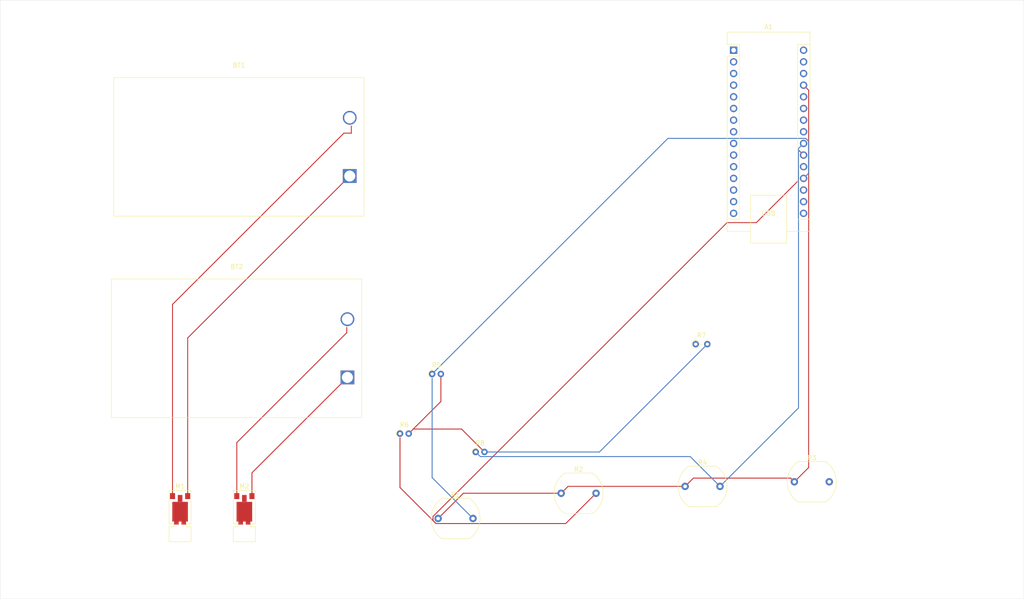
<source format=kicad_pcb>
(kicad_pcb (version 20240108) (generator "pcbnew") (generator_version "8.0")
  (layers (0 "F.Cu" signal) (31 "B.Cu" signal) (34 "B.Paste" user) (35 "F.Paste" user) (36 "B.SilkS" user "B.Silkscreen") (37 "F.SilkS" user "F.Silkscreen") (38 "B.Mask" user) (39 "F.Mask" user) (44 "Edge.Cuts" user))
  (net 0 "")
  (net 1 "GND")
  (net 2 "Net-(A1-A2)")
  (net 3 "Net-(A1-A0)")
  (net 4 "Net-(A1-A1)")
  (net 5 "Net-(A1-A3)")
  (net 6 "Net-(A1-D6)")
  (net 7 "Net-(M2-PWM)")
  (net 8 "Net-(BT1-+)")
  (net 9 "Net-(A1-D5)")
  (net 10 "+5V")
  (net 11 "Net-(BT2-+)")
  (net 34 "Net-(BT1--)")
  (net 35 "Net-(BT2--)")
  (footprint "OptoDevice:R_LDR_10x8.5mm_P7.6mm_Vertical" (layer "F.Cu") (at 147.4 129.5)
    (property "Reference" "R1" (at 3.8 -5.2 0) (layer "F.SilkS"))
    (property "Value" "LDR03")
    (fp_line (start 0.8 -4.4) (end 6.8 -4.4) (stroke (width 0.12)) (layer "F.SilkS"))
    (fp_line (start 0.8 4.4) (end 6.8 4.4) (stroke (width 0.12)) (layer "F.SilkS"))
    (fp_arc (start 0.8 4.4) (mid -1.525374 0.019809) (end 0.76735 -4.37756) (stroke (width 0.12)) (layer "F.SilkS"))
    (fp_arc (start 6.8 -4.4) (mid 9.125374 -0.019809) (end 6.83265 4.37756) (stroke (width 0.12)) (layer "F.SilkS"))
    (pad "1" thru_hole circle (at 0 0) (size 1.6 1.6) (drill 0.8) (layers "*.Cu" "*.Mask") (net 10 "+5V"))
    (pad "2" thru_hole circle (at 7.6 0) (size 1.6 1.6) (drill 0.8) (layers "*.Cu" "*.Mask") (net 3 "Net-(A1-A0)"))
  )
  (footprint "OptoDevice:R_LDR_10x8.5mm_P7.6mm_Vertical" (layer "F.Cu") (at 201.2 122.5)
    (property "Reference" "R4" (at 3.8 -5.2 0) (layer "F.SilkS"))
    (property "Value" "LDR03")
    (fp_line (start 0.8 -4.4) (end 6.8 -4.4) (stroke (width 0.12)) (layer "F.SilkS"))
    (fp_line (start 0.8 4.4) (end 6.8 4.4) (stroke (width 0.12)) (layer "F.SilkS"))
    (fp_arc (start 0.8 4.4) (mid -1.525374 0.019809) (end 0.76735 -4.37756) (stroke (width 0.12)) (layer "F.SilkS"))
    (fp_arc (start 6.8 -4.4) (mid 9.125374 -0.019809) (end 6.83265 4.37756) (stroke (width 0.12)) (layer "F.SilkS"))
    (pad "1" thru_hole circle (at 0 0) (size 1.6 1.6) (drill 0.8) (layers "*.Cu" "*.Mask") (net 10 "+5V"))
    (pad "2" thru_hole circle (at 7.6 0) (size 1.6 1.6) (drill 0.8) (layers "*.Cu" "*.Mask") (net 5 "Net-(A1-A3)"))
  )
  (footprint "OptoDevice:R_LDR_10x8.5mm_P7.6mm_Vertical" (layer "F.Cu") (at 225 121.5)
    (property "Reference" "R3" (at 3.8 -5.2 0) (layer "F.SilkS"))
    (property "Value" "LDR03")
    (fp_line (start 0.8 -4.4) (end 6.8 -4.4) (stroke (width 0.12)) (layer "F.SilkS"))
    (fp_line (start 0.8 4.4) (end 6.8 4.4) (stroke (width 0.12)) (layer "F.SilkS"))
    (fp_arc (start 0.8 4.4) (mid -1.525374 0.019809) (end 0.76735 -4.37756) (stroke (width 0.12)) (layer "F.SilkS"))
    (fp_arc (start 6.8 -4.4) (mid 9.125374 -0.019809) (end 6.83265 4.37756) (stroke (width 0.12)) (layer "F.SilkS"))
    (pad "1" thru_hole circle (at 0 0) (size 1.6 1.6) (drill 0.8) (layers "*.Cu" "*.Mask") (net 10 "+5V"))
    (pad "2" thru_hole circle (at 7.6 0) (size 1.6 1.6) (drill 0.8) (layers "*.Cu" "*.Mask") (net 2 "Net-(A1-A2)"))
  )
  (footprint "Motors:Vybronics_VZ30C1T8219732L" (layer "F.Cu") (at 105.2 128.975)
    (property "Reference" "M2" (at 0 -6.5 0) (layer "F.SilkS"))
    (property "Value" "Motor_Servo")
    (fp_line (start -2.4 -5.55) (end -1.05 -5.55) (stroke (width 0.12)) (layer "F.SilkS"))
    (fp_line (start -2.4 -5.2) (end -2.4 -5.55) (stroke (width 0.12)) (layer "F.SilkS"))
    (fp_line (start -2.4 1.7) (end -2.4 -5.2) (stroke (width 0.12)) (layer "F.SilkS"))
    (fp_line (start -2.4 2.3) (end -1.4 2.3) (stroke (width 0.12)) (layer "F.SilkS"))
    (fp_line (start -2.4 5.6) (end -2.4 2.3) (stroke (width 0.12)) (layer "F.SilkS"))
    (fp_line (start -1.4 1.7) (end -2.4 1.7) (stroke (width 0.12)) (layer "F.SilkS"))
    (fp_line (start -1.4 2.3) (end -1.4 1.7) (stroke (width 0.12)) (layer "F.SilkS"))
    (fp_line (start -1.05 -5.6) (end 1.05 -5.6) (stroke (width 0.12)) (layer "F.SilkS"))
    (fp_line (start -1.05 -5.55) (end -1.05 -5.6) (stroke (width 0.12)) (layer "F.SilkS"))
    (fp_line (start 1.05 -5.6) (end 1.05 -5.55) (stroke (width 0.12)) (layer "F.SilkS"))
    (fp_line (start 1.05 -5.55) (end 2.4 -5.55) (stroke (width 0.12)) (layer "F.SilkS"))
    (fp_line (start 1.4 1.7) (end 1.4 2.3) (stroke (width 0.12)) (layer "F.SilkS"))
    (fp_line (start 1.4 2.3) (end 2.4 2.3) (stroke (width 0.12)) (layer "F.SilkS"))
    (fp_line (start 2.4 -5.55) (end 2.4 -5.2) (stroke (width 0.12)) (layer "F.SilkS"))
    (fp_line (start 2.4 -5.2) (end 2.4 1.7) (stroke (width 0.12)) (layer "F.SilkS"))
    (fp_line (start 2.4 1.7) (end 1.4 1.7) (stroke (width 0.12)) (layer "F.SilkS"))
    (fp_line (start 2.4 2.3) (end 2.4 5.6) (stroke (width 0.12)) (layer "F.SilkS"))
    (fp_line (start 2.4 5.6) (end -2.4 5.6) (stroke (width 0.12)) (layer "F.SilkS"))
    (pad "1" smd rect (at -1.65 -4.35 270) (size 1.3 1.1) (layers "F.Cu" "F.Paste" "F.Mask") (net 7 "Net-(M2-PWM)"))
    (pad "2" smd rect (at 1.65 -4.35 270) (size 1.3 1.1) (layers "F.Cu" "F.Paste" "F.Mask") (net 11 "Net-(BT2-+)"))
    (pad "SH" smd rect (at -0.8 1.525) (size 1 0.65) (layers "F.Cu" "F.Paste" "F.Mask"))
    (pad "SH" smd rect (at 0 -3.85 270) (size 1.5 1) (layers "F.Cu" "F.Paste" "F.Mask"))
    (pad "SH" smd rect (at 0 -0.95 270) (size 4.3 3.4) (layers "F.Cu" "F.Mask"))
    (pad "SH" smd rect (at 0.8 1.525) (size 1 0.65) (layers "F.Cu" "F.Paste" "F.Mask"))
  )
  (footprint "Resistor_THT:R_Axial_DIN0204_L3.6mm_D1.6mm_P1.90mm_Vertical" (layer "F.Cu") (at 146.1 98)
    (property "Reference" "R5" (at 0.95 -1.92 0) (layer "F.SilkS"))
    (property "Value" "R")
    (fp_arc (start 0.320095 0.749359) (mid -0.813042 -0.054435) (end 0.417133 -0.7) (stroke (width 0.12)) (layer "F.SilkS"))
    (pad "1" thru_hole circle (at 0 0) (size 1.4 1.4) (drill 0.7) (layers "*.Cu" "*.Mask") (net 3 "Net-(A1-A0)"))
    (pad "2" thru_hole oval (at 1.9 0) (size 1.4 1.4) (drill 0.7) (layers "*.Cu" "*.Mask") (net 1 "GND"))
  )
  (footprint "Resistor_THT:R_Axial_DIN0204_L3.6mm_D1.6mm_P1.90mm_Vertical" (layer "F.Cu") (at 139.095 111)
    (property "Reference" "R6" (at 0.95 -1.92 0) (layer "F.SilkS"))
    (property "Value" "R")
    (fp_arc (start 0.320095 0.749359) (mid -0.813042 -0.054435) (end 0.417133 -0.7) (stroke (width 0.12)) (layer "F.SilkS"))
    (pad "1" thru_hole circle (at 0 0) (size 1.4 1.4) (drill 0.7) (layers "*.Cu" "*.Mask") (net 4 "Net-(A1-A1)"))
    (pad "2" thru_hole oval (at 1.9 0) (size 1.4 1.4) (drill 0.7) (layers "*.Cu" "*.Mask") (net 1 "GND"))
  )
  (footprint "Battery:BatteryHolder_Eagle_12BH611-GR" (layer "F.Cu") (at 127.65 98.75)
    (property "Reference" "BT2" (at -24.13 -24.13 0) (layer "F.SilkS"))
    (property "Value" "Battery")
    (fp_line (start -51.4 -21.45) (end 3.1 -21.45) (stroke (width 0.12)) (layer "F.SilkS"))
    (fp_line (start -51.4 8.75) (end -51.4 -21.45) (stroke (width 0.12)) (layer "F.SilkS"))
    (fp_line (start 3.1 -21.45) (end 3.1 8.75) (stroke (width 0.12)) (layer "F.SilkS"))
    (fp_line (start 3.1 8.75) (end -51.4 8.75) (stroke (width 0.12)) (layer "F.SilkS"))
    (pad "" np_thru_hole circle (at -38.9 -17.45) (size 2.6 2.6) (drill 2.6) (layers "*.Cu" "*.Mask"))
    (pad "" np_thru_hole circle (at -24.15 4.75) (size 2.6 2.6) (drill 2.6) (layers "*.Cu" "*.Mask"))
    (pad "" np_thru_hole circle (at -10.9 -17.45) (size 2.6 2.6) (drill 2.6) (layers "*.Cu" "*.Mask"))
    (pad "1" thru_hole rect (at 0 0) (size 3 3) (drill 2.4) (layers "*.Cu" "*.Mask") (net 11 "Net-(BT2-+)"))
    (pad "2" thru_hole circle (at 0 -12.7) (size 3 3) (drill 2.4) (layers "*.Cu" "*.Mask") (net 35 "Net-(BT2--)"))
  )
  (footprint "Resistor_THT:R_Axial_DIN0204_L3.6mm_D1.6mm_P1.90mm_Vertical" (layer "F.Cu") (at 155.6 115)
    (property "Reference" "R8" (at 0.95 -1.92 0) (layer "F.SilkS"))
    (property "Value" "R")
    (fp_arc (start 0.320095 0.749359) (mid -0.813042 -0.054435) (end 0.417133 -0.7) (stroke (width 0.12)) (layer "F.SilkS"))
    (pad "1" thru_hole circle (at 0 0) (size 1.4 1.4) (drill 0.7) (layers "*.Cu" "*.Mask") (net 5 "Net-(A1-A3)"))
    (pad "2" thru_hole oval (at 1.9 0) (size 1.4 1.4) (drill 0.7) (layers "*.Cu" "*.Mask") (net 1 "GND"))
  )
  (footprint "Battery:BatteryHolder_Eagle_12BH611-GR" (layer "F.Cu") (at 128.15 54.85)
    (property "Reference" "BT1" (at -24.13 -24.13 0) (layer "F.SilkS"))
    (property "Value" "Battery")
    (fp_line (start -51.4 -21.45) (end 3.1 -21.45) (stroke (width 0.12)) (layer "F.SilkS"))
    (fp_line (start -51.4 8.75) (end -51.4 -21.45) (stroke (width 0.12)) (layer "F.SilkS"))
    (fp_line (start 3.1 -21.45) (end 3.1 8.75) (stroke (width 0.12)) (layer "F.SilkS"))
    (fp_line (start 3.1 8.75) (end -51.4 8.75) (stroke (width 0.12)) (layer "F.SilkS"))
    (pad "" np_thru_hole circle (at -38.9 -17.45) (size 2.6 2.6) (drill 2.6) (layers "*.Cu" "*.Mask"))
    (pad "" np_thru_hole circle (at -24.15 4.75) (size 2.6 2.6) (drill 2.6) (layers "*.Cu" "*.Mask"))
    (pad "" np_thru_hole circle (at -10.9 -17.45) (size 2.6 2.6) (drill 2.6) (layers "*.Cu" "*.Mask"))
    (pad "1" thru_hole rect (at 0 0) (size 3 3) (drill 2.4) (layers "*.Cu" "*.Mask") (net 8 "Net-(BT1-+)"))
    (pad "2" thru_hole circle (at 0 -12.7) (size 3 3) (drill 2.4) (layers "*.Cu" "*.Mask") (net 34 "Net-(BT1--)"))
  )
  (footprint "OptoDevice:R_LDR_10x8.5mm_P7.6mm_Vertical" (layer "F.Cu") (at 174.2 124)
    (property "Reference" "R2" (at 3.8 -5.2 0) (layer "F.SilkS"))
    (property "Value" "LDR03")
    (fp_line (start 0.8 -4.4) (end 6.8 -4.4) (stroke (width 0.12)) (layer "F.SilkS"))
    (fp_line (start 0.8 4.4) (end 6.8 4.4) (stroke (width 0.12)) (layer "F.SilkS"))
    (fp_arc (start 0.8 4.4) (mid -1.525374 0.019809) (end 0.76735 -4.37756) (stroke (width 0.12)) (layer "F.SilkS"))
    (fp_arc (start 6.8 -4.4) (mid 9.125374 -0.019809) (end 6.83265 4.37756) (stroke (width 0.12)) (layer "F.SilkS"))
    (pad "1" thru_hole circle (at 0 0) (size 1.6 1.6) (drill 0.8) (layers "*.Cu" "*.Mask") (net 10 "+5V"))
    (pad "2" thru_hole circle (at 7.6 0) (size 1.6 1.6) (drill 0.8) (layers "*.Cu" "*.Mask") (net 4 "Net-(A1-A1)"))
  )
  (footprint "Motors:Vybronics_VZ30C1T8219732L" (layer "F.Cu") (at 91.2 128.975)
    (property "Reference" "M1" (at 0 -6.5 0) (layer "F.SilkS"))
    (property "Value" "Motor_Servo")
    (fp_line (start -2.4 -5.55) (end -1.05 -5.55) (stroke (width 0.12)) (layer "F.SilkS"))
    (fp_line (start -2.4 -5.2) (end -2.4 -5.55) (stroke (width 0.12)) (layer "F.SilkS"))
    (fp_line (start -2.4 1.7) (end -2.4 -5.2) (stroke (width 0.12)) (layer "F.SilkS"))
    (fp_line (start -2.4 2.3) (end -1.4 2.3) (stroke (width 0.12)) (layer "F.SilkS"))
    (fp_line (start -2.4 5.6) (end -2.4 2.3) (stroke (width 0.12)) (layer "F.SilkS"))
    (fp_line (start -1.4 1.7) (end -2.4 1.7) (stroke (width 0.12)) (layer "F.SilkS"))
    (fp_line (start -1.4 2.3) (end -1.4 1.7) (stroke (width 0.12)) (layer "F.SilkS"))
    (fp_line (start -1.05 -5.6) (end 1.05 -5.6) (stroke (width 0.12)) (layer "F.SilkS"))
    (fp_line (start -1.05 -5.55) (end -1.05 -5.6) (stroke (width 0.12)) (layer "F.SilkS"))
    (fp_line (start 1.05 -5.6) (end 1.05 -5.55) (stroke (width 0.12)) (layer "F.SilkS"))
    (fp_line (start 1.05 -5.55) (end 2.4 -5.55) (stroke (width 0.12)) (layer "F.SilkS"))
    (fp_line (start 1.4 1.7) (end 1.4 2.3) (stroke (width 0.12)) (layer "F.SilkS"))
    (fp_line (start 1.4 2.3) (end 2.4 2.3) (stroke (width 0.12)) (layer "F.SilkS"))
    (fp_line (start 2.4 -5.55) (end 2.4 -5.2) (stroke (width 0.12)) (layer "F.SilkS"))
    (fp_line (start 2.4 -5.2) (end 2.4 1.7) (stroke (width 0.12)) (layer "F.SilkS"))
    (fp_line (start 2.4 1.7) (end 1.4 1.7) (stroke (width 0.12)) (layer "F.SilkS"))
    (fp_line (start 2.4 2.3) (end 2.4 5.6) (stroke (width 0.12)) (layer "F.SilkS"))
    (fp_line (start 2.4 5.6) (end -2.4 5.6) (stroke (width 0.12)) (layer "F.SilkS"))
    (pad "1" smd rect (at -1.65 -4.35 270) (size 1.3 1.1) (layers "F.Cu" "F.Paste" "F.Mask") (net 8 "Net-(BT1-+)"))
    (pad "2" smd rect (at 1.65 -4.35 270) (size 1.3 1.1) (layers "F.Cu" "F.Paste" "F.Mask") (net 8 "Net-(BT1-+)"))
    (pad "SH" smd rect (at -0.8 1.525) (size 1 0.65) (layers "F.Cu" "F.Paste" "F.Mask"))
    (pad "SH" smd rect (at 0 -3.85 270) (size 1.5 1) (layers "F.Cu" "F.Paste" "F.Mask"))
    (pad "SH" smd rect (at 0 -0.95 270) (size 4.3 3.4) (layers "F.Cu" "F.Mask"))
    (pad "SH" smd rect (at 0.8 1.525) (size 1 0.65) (layers "F.Cu" "F.Paste" "F.Mask"))
  )
  (footprint "Module:Arduino_Nano" (layer "F.Cu") (at 211.76 27.42)
    (property "Reference" "A1" (at 7.62 -5.08 0) (layer "F.SilkS"))
    (property "Value" "Arduino_Nano_v2.x")
    (fp_line (start -1.4 -3.94) (end -1.4 -1.27) (stroke (width 0.12)) (layer "F.SilkS"))
    (fp_line (start -1.4 1.27) (end -1.4 39.5) (stroke (width 0.12)) (layer "F.SilkS"))
    (fp_line (start -1.4 39.5) (end 3.68 39.5) (stroke (width 0.12)) (layer "F.SilkS"))
    (fp_line (start 1.27 -1.27) (end -1.4 -1.27) (stroke (width 0.12)) (layer "F.SilkS"))
    (fp_line (start 1.27 1.27) (end -1.4 1.27) (stroke (width 0.12)) (layer "F.SilkS"))
    (fp_line (start 1.27 1.27) (end 1.27 -1.27) (stroke (width 0.12)) (layer "F.SilkS"))
    (fp_line (start 1.27 1.27) (end 1.27 36.83) (stroke (width 0.12)) (layer "F.SilkS"))
    (fp_line (start 1.27 36.83) (end -1.4 36.83) (stroke (width 0.12)) (layer "F.SilkS"))
    (fp_line (start 3.68 31.62) (end 11.56 31.62) (stroke (width 0.12)) (layer "F.SilkS"))
    (fp_line (start 3.68 42.04) (end 3.68 31.62) (stroke (width 0.12)) (layer "F.SilkS"))
    (fp_line (start 11.56 31.62) (end 11.56 42.04) (stroke (width 0.12)) (layer "F.SilkS"))
    (fp_line (start 11.56 42.04) (end 3.68 42.04) (stroke (width 0.12)) (layer "F.SilkS"))
    (fp_line (start 13.97 -1.27) (end 13.97 36.83) (stroke (width 0.12)) (layer "F.SilkS"))
    (fp_line (start 13.97 -1.27) (end 16.64 -1.27) (stroke (width 0.12)) (layer "F.SilkS"))
    (fp_line (start 13.97 36.83) (end 16.64 36.83) (stroke (width 0.12)) (layer "F.SilkS"))
    (fp_line (start 16.64 -3.94) (end -1.4 -3.94) (stroke (width 0.12)) (layer "F.SilkS"))
    (fp_line (start 16.64 39.5) (end 11.56 39.5) (stroke (width 0.12)) (layer "F.SilkS"))
    (fp_line (start 16.64 39.5) (end 16.64 -3.94) (stroke (width 0.12)) (layer "F.SilkS"))
    (fp_text user "USB" (at 7.62 35.56 0) (layer "F.SilkS"))
    (pad "1" thru_hole rect (at 0 0) (size 1.6 1.6) (drill 1) (layers "*.Cu" "*.Mask"))
    (pad "2" thru_hole oval (at 0 2.54) (size 1.6 1.6) (drill 1) (layers "*.Cu" "*.Mask"))
    (pad "3" thru_hole oval (at 0 5.08) (size 1.6 1.6) (drill 1) (layers "*.Cu" "*.Mask"))
    (pad "4" thru_hole oval (at 0 7.62) (size 1.6 1.6) (drill 1) (layers "*.Cu" "*.Mask"))
    (pad "5" thru_hole oval (at 0 10.16) (size 1.6 1.6) (drill 1) (layers "*.Cu" "*.Mask"))
    (pad "6" thru_hole oval (at 0 12.7) (size 1.6 1.6) (drill 1) (layers "*.Cu" "*.Mask"))
    (pad "7" thru_hole oval (at 0 15.24) (size 1.6 1.6) (drill 1) (layers "*.Cu" "*.Mask"))
    (pad "8" thru_hole oval (at 0 17.78) (size 1.6 1.6) (drill 1) (layers "*.Cu" "*.Mask") (net 9 "Net-(A1-D5)"))
    (pad "9" thru_hole oval (at 0 20.32) (size 1.6 1.6) (drill 1) (layers "*.Cu" "*.Mask") (net 6 "Net-(A1-D6)"))
    (pad "10" thru_hole oval (at 0 22.86) (size 1.6 1.6) (drill 1) (layers "*.Cu" "*.Mask"))
    (pad "11" thru_hole oval (at 0 25.4) (size 1.6 1.6) (drill 1) (layers "*.Cu" "*.Mask"))
    (pad "12" thru_hole oval (at 0 27.94) (size 1.6 1.6) (drill 1) (layers "*.Cu" "*.Mask"))
    (pad "13" thru_hole oval (at 0 30.48) (size 1.6 1.6) (drill 1) (layers "*.Cu" "*.Mask"))
    (pad "14" thru_hole oval (at 0 33.02) (size 1.6 1.6) (drill 1) (layers "*.Cu" "*.Mask"))
    (pad "15" thru_hole oval (at 0 35.56) (size 1.6 1.6) (drill 1) (layers "*.Cu" "*.Mask"))
    (pad "16" thru_hole oval (at 15.24 35.56) (size 1.6 1.6) (drill 1) (layers "*.Cu" "*.Mask"))
    (pad "17" thru_hole oval (at 15.24 33.02) (size 1.6 1.6) (drill 1) (layers "*.Cu" "*.Mask"))
    (pad "18" thru_hole oval (at 15.24 30.48) (size 1.6 1.6) (drill 1) (layers "*.Cu" "*.Mask"))
    (pad "19" thru_hole oval (at 15.24 27.94) (size 1.6 1.6) (drill 1) (layers "*.Cu" "*.Mask") (net 3 "Net-(A1-A0)"))
    (pad "20" thru_hole oval (at 15.24 25.4) (size 1.6 1.6) (drill 1) (layers "*.Cu" "*.Mask") (net 4 "Net-(A1-A1)"))
    (pad "21" thru_hole oval (at 15.24 22.86) (size 1.6 1.6) (drill 1) (layers "*.Cu" "*.Mask") (net 2 "Net-(A1-A2)"))
    (pad "22" thru_hole oval (at 15.24 20.32) (size 1.6 1.6) (drill 1) (layers "*.Cu" "*.Mask") (net 5 "Net-(A1-A3)"))
    (pad "23" thru_hole oval (at 15.24 17.78) (size 1.6 1.6) (drill 1) (layers "*.Cu" "*.Mask"))
    (pad "24" thru_hole oval (at 15.24 15.24) (size 1.6 1.6) (drill 1) (layers "*.Cu" "*.Mask"))
    (pad "25" thru_hole oval (at 15.24 12.7) (size 1.6 1.6) (drill 1) (layers "*.Cu" "*.Mask"))
    (pad "26" thru_hole oval (at 15.24 10.16) (size 1.6 1.6) (drill 1) (layers "*.Cu" "*.Mask"))
    (pad "27" thru_hole oval (at 15.24 7.62) (size 1.6 1.6) (drill 1) (layers "*.Cu" "*.Mask") (net 10 "+5V"))
    (pad "28" thru_hole oval (at 15.24 5.08) (size 1.6 1.6) (drill 1) (layers "*.Cu" "*.Mask"))
    (pad "29" thru_hole oval (at 15.24 2.54) (size 1.6 1.6) (drill 1) (layers "*.Cu" "*.Mask") (net 1 "GND"))
    (pad "30" thru_hole oval (at 15.24 0) (size 1.6 1.6) (drill 1) (layers "*.Cu" "*.Mask"))
  )
  (footprint "Resistor_THT:R_Axial_DIN0204_L3.6mm_D1.6mm_P2.54mm_Vertical" (layer "F.Cu") (at 203.5 91.5)
    (property "Reference" "R7" (at 1.27 -1.92 0) (layer "F.SilkS"))
    (property "Value" "R")
    (fp_line (start 0.92 0) (end 1.54 0) (stroke (width 0.12)) (layer "F.SilkS"))
    (fp_circle (center 0 0) (end 0.92 0) (stroke (width 0.12)) (fill none) (layer "F.SilkS"))
    (pad "1" thru_hole circle (at 0 0) (size 1.4 1.4) (drill 0.7) (layers "*.Cu" "*.Mask") (net 2 "Net-(A1-A2)"))
    (pad "2" thru_hole oval (at 2.54 0) (size 1.4 1.4) (drill 0.7) (layers "*.Cu" "*.Mask") (net 1 "GND"))
  )
  (gr_rect (start 52 16.5) (end 275 147) (stroke (width 0.05)) (fill none) (layer "Edge.Cuts"))
  (segment (start 152.4975 109.9975) (end 157.5 115) (width 0.2) (layer "F.Cu") (net 1))
  (segment (start 148 103.995) (end 141.9975 109.9975) (width 0.2) (layer "F.Cu") (net 1))
  (segment (start 141.9975 109.9975) (end 152.4975 109.9975) (width 0.2) (layer "F.Cu") (net 1))
  (segment (start 148 98) (end 148 103.995) (width 0.2) (layer "F.Cu") (net 1))
  (segment (start 141.9975 109.9975) (end 140.995 111) (width 0.2) (layer "F.Cu") (net 1))
  (segment (start 182.54 115) (end 206.04 91.5) (width 0.2) (layer "B.Cu") (net 1))
  (segment (start 157.5 115) (end 182.54 115) (width 0.2) (layer "B.Cu") (net 1))
  (segment (start 227 50.28) (end 225.9 49.18) (width 0.2) (layer "F.Cu") (net 2))
  (segment (start 197.46 46.64) (end 227.455635 46.64) (width 0.2) (layer "B.Cu") (net 3))
  (segment (start 228.1 54.26) (end 227 55.36) (width 0.2) (layer "B.Cu") (net 3))
  (segment (start 227.455635 46.64) (end 228.1 47.284365) (width 0.2) (layer "B.Cu") (net 3))
  (segment (start 146.1 98) (end 197.46 46.64) (width 0.2) (layer "B.Cu") (net 3))
  (segment (start 146.1 120.6) (end 155 129.5) (width 0.2) (layer "B.Cu") (net 3))
  (segment (start 228.1 47.284365) (end 228.1 54.26) (width 0.2) (layer "B.Cu") (net 3))
  (segment (start 146.1 98) (end 146.1 120.6) (width 0.2) (layer "B.Cu") (net 3))
  (segment (start 146.944365 130.6) (end 146.3 129.955635) (width 0.2) (layer "F.Cu") (net 4))
  (segment (start 146.3 129.044365) (end 210.344365 65) (width 0.2) (layer "F.Cu") (net 4))
  (segment (start 175.2 130.6) (end 146.944365 130.6) (width 0.2) (layer "F.Cu") (net 4))
  (segment (start 210.344365 65) (end 216.715635 65) (width 0.2) (layer "F.Cu") (net 4))
  (segment (start 139.095 122.750635) (end 139.095 111) (width 0.2) (layer "F.Cu") (net 4))
  (segment (start 225.9 55.815635) (end 225.9 53.92) (width 0.2) (layer "F.Cu") (net 4))
  (segment (start 181.8 124) (end 175.2 130.6) (width 0.2) (layer "F.Cu") (net 4))
  (segment (start 146.944365 130.6) (end 139.095 122.750635) (width 0.2) (layer "F.Cu") (net 4))
  (segment (start 216.715635 65) (end 225.9 55.815635) (width 0.2) (layer "F.Cu") (net 4))
  (segment (start 146.3 129.955635) (end 146.3 129.044365) (width 0.2) (layer "F.Cu") (net 4))
  (segment (start 208.8 122.5) (end 202.3 116) (width 0.2) (layer "B.Cu") (net 5))
  (segment (start 156.6 116) (end 155.6 115) (width 0.2) (layer "B.Cu") (net 5))
  (segment (start 202.3 116) (end 156.6 116) (width 0.2) (layer "B.Cu") (net 5))
  (segment (start 225.9 105.4) (end 225.9 48.84) (width 0.2) (layer "B.Cu") (net 5))
  (segment (start 208.8 122.5) (end 225.9 105.4) (width 0.2) (layer "B.Cu") (net 5))
  (segment (start 225.9 48.84) (end 227 47.74) (width 0.2) (layer "B.Cu") (net 5))
  (segment (start 103.55 124.625) (end 103.55 112.95) (width 0.2) (layer "F.Cu") (net 7))
  (segment (start 127.5 89) (end 127.5 87.85) (width 0.2) (layer "F.Cu") (net 7))
  (segment (start 103.55 112.95) (end 127.5 89) (width 0.2) (layer "F.Cu") (net 7))
  (segment (start 89.55 82.833452) (end 126.883452 45.5) (width 0.2) (layer "F.Cu") (net 8))
  (segment (start 92.85 90.15) (end 128.15 54.85) (width 0.2) (layer "F.Cu") (net 8))
  (segment (start 128.5 45.5) (end 128.5 43.95) (width 0.2) (layer "F.Cu") (net 8))
  (segment (start 92.85 124.625) (end 92.85 90.15) (width 0.2) (layer "F.Cu") (net 8))
  (segment (start 126.883452 45.5) (end 128.5 45.5) (width 0.2) (layer "F.Cu") (net 8))
  (segment (start 89.55 124.625) (end 89.55 82.833452) (width 0.2) (layer "F.Cu") (net 8))
  (segment (start 201.2 122.5) (end 202.999999 120.700001) (width 0.2) (layer "F.Cu") (net 10))
  (segment (start 147.4 129.5) (end 152.9 124) (width 0.2) (layer "F.Cu") (net 10))
  (segment (start 152.9 124) (end 174.2 124) (width 0.2) (layer "F.Cu") (net 10))
  (segment (start 174.2 124) (end 175.7 122.5) (width 0.2) (layer "F.Cu") (net 10))
  (segment (start 225 121.5) (end 228.1 118.4) (width 0.2) (layer "F.Cu") (net 10))
  (segment (start 228.1 36.14) (end 227 35.04) (width 0.2) (layer "F.Cu") (net 10))
  (segment (start 228.1 118.4) (end 228.1 36.14) (width 0.2) (layer "F.Cu") (net 10))
  (segment (start 224.200001 120.700001) (end 225 121.5) (width 0.2) (layer "F.Cu") (net 10))
  (segment (start 175.7 122.5) (end 201.2 122.5) (width 0.2) (layer "F.Cu") (net 10))
  (segment (start 202.999999 120.700001) (end 224.200001 120.700001) (width 0.2) (layer "F.Cu") (net 10))
  (segment (start 106.85 124.625) (end 106.85 119.55) (width 0.2) (layer "F.Cu") (net 11))
  (segment (start 106.85 119.55) (end 127.65 98.75) (width 0.2) (layer "F.Cu") (net 11))
)
</source>
